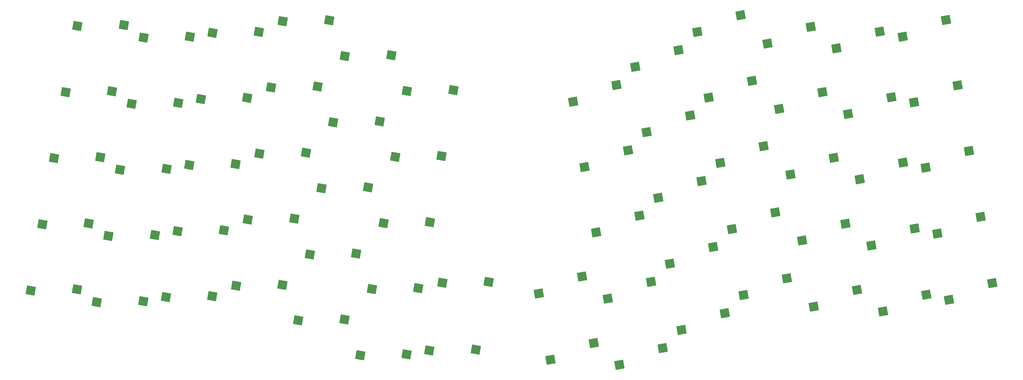
<source format=gbp>
%TF.GenerationSoftware,KiCad,Pcbnew,(6.0.8)*%
%TF.CreationDate,2023-03-16T04:40:49+07:00*%
%TF.ProjectId,test,74657374-2e6b-4696-9361-645f70636258,rev?*%
%TF.SameCoordinates,Original*%
%TF.FileFunction,Paste,Bot*%
%TF.FilePolarity,Positive*%
%FSLAX46Y46*%
G04 Gerber Fmt 4.6, Leading zero omitted, Abs format (unit mm)*
G04 Created by KiCad (PCBNEW (6.0.8)) date 2023-03-16 04:40:49*
%MOMM*%
%LPD*%
G01*
G04 APERTURE LIST*
G04 Aperture macros list*
%AMRotRect*
0 Rectangle, with rotation*
0 The origin of the aperture is its center*
0 $1 length*
0 $2 width*
0 $3 Rotation angle, in degrees counterclockwise*
0 Add horizontal line*
21,1,$1,$2,0,0,$3*%
G04 Aperture macros list end*
%ADD10RotRect,2.550000X2.500000X10.000000*%
%ADD11RotRect,2.550000X2.500000X350.000000*%
G04 APERTURE END LIST*
D10*
%TO.C,SW61*%
X462322957Y-337183473D03*
X474612500Y-332437311D03*
%TD*%
%TO.C,SW58*%
X407529793Y-355549730D03*
X419819336Y-350803568D03*
%TD*%
D11*
%TO.C,SW39*%
X263413706Y-317085699D03*
X276585383Y-316829037D03*
%TD*%
D10*
%TO.C,SW34*%
X438104173Y-309536502D03*
X450393716Y-304790340D03*
%TD*%
D11*
%TO.C,SW1*%
X273337699Y-260803936D03*
X286509376Y-260547274D03*
%TD*%
D10*
%TO.C,SW11*%
X488663100Y-267156692D03*
X500952643Y-262410530D03*
%TD*%
%TO.C,SW25*%
X510698606Y-282421676D03*
X522988149Y-277675514D03*
%TD*%
D11*
%TO.C,SW30*%
X342591054Y-306866956D03*
X355762731Y-306610294D03*
%TD*%
D10*
%TO.C,SW10*%
X469075513Y-265774542D03*
X481365056Y-261028380D03*
%TD*%
D11*
%TO.C,SW56*%
X335975059Y-344388130D03*
X349146736Y-344131468D03*
%TD*%
D10*
%TO.C,SW23*%
X472350431Y-284347524D03*
X484639974Y-279601362D03*
%TD*%
%TO.C,SW8*%
X431554338Y-272390538D03*
X443843881Y-267644376D03*
%TD*%
%TO.C,SW60*%
X444720169Y-347057676D03*
X457009712Y-342311514D03*
%TD*%
D11*
%TO.C,SW41*%
X301761881Y-319011548D03*
X314933558Y-318754886D03*
%TD*%
D10*
%TO.C,SW59*%
X427117380Y-356931880D03*
X439406923Y-352185718D03*
%TD*%
%TO.C,SW22*%
X452432044Y-281089316D03*
X464721587Y-276343154D03*
%TD*%
%TO.C,SW36*%
X475625349Y-302920506D03*
X487914892Y-298174344D03*
%TD*%
%TO.C,SW49*%
X478933346Y-321681093D03*
X491222889Y-316934931D03*
%TD*%
D11*
%TO.C,SW43*%
X339283056Y-325627544D03*
X352454733Y-325370882D03*
%TD*%
%TO.C,SW4*%
X331604261Y-259471577D03*
X344775938Y-259214915D03*
%TD*%
%TO.C,SW26*%
X266721704Y-298325112D03*
X279893381Y-298068450D03*
%TD*%
D10*
%TO.C,SW33*%
X420501385Y-319410705D03*
X432790928Y-314664543D03*
%TD*%
%TO.C,SW62*%
X482241344Y-340441680D03*
X494530887Y-335695518D03*
%TD*%
D11*
%TO.C,SW29*%
X324988265Y-296992752D03*
X338159942Y-296736090D03*
%TD*%
D10*
%TO.C,SW64*%
X520589519Y-338515832D03*
X532879062Y-333769670D03*
%TD*%
%TO.C,SW47*%
X441412171Y-328297088D03*
X453701714Y-323550926D03*
%TD*%
D11*
%TO.C,SW55*%
X318372270Y-334513927D03*
X331543947Y-334257265D03*
%TD*%
%TO.C,SW40*%
X282174294Y-320393697D03*
X295345971Y-320137035D03*
%TD*%
D10*
%TO.C,SW37*%
X495212936Y-304302655D03*
X507502479Y-299556493D03*
%TD*%
D11*
%TO.C,SW27*%
X285482291Y-301633110D03*
X298653968Y-301376448D03*
%TD*%
%TO.C,SW3*%
X311685874Y-262729785D03*
X324857551Y-262473123D03*
%TD*%
D10*
%TO.C,SW35*%
X455706962Y-299662298D03*
X467996505Y-294916136D03*
%TD*%
%TO.C,SW46*%
X423809383Y-338171292D03*
X436098926Y-333425130D03*
%TD*%
D11*
%TO.C,SW15*%
X308377876Y-281490373D03*
X321549553Y-281233711D03*
%TD*%
D10*
%TO.C,SW38*%
X513973524Y-300994657D03*
X526263067Y-296248495D03*
%TD*%
D11*
%TO.C,SW6*%
X366809838Y-279219984D03*
X379981515Y-278963322D03*
%TD*%
D10*
%TO.C,SW63*%
X501828931Y-341823830D03*
X514118474Y-337077668D03*
%TD*%
%TO.C,SW32*%
X404205255Y-336695340D03*
X416494798Y-331949178D03*
%TD*%
D11*
%TO.C,SW57*%
X353577847Y-354262334D03*
X366749524Y-354005672D03*
%TD*%
%TO.C,SW44*%
X356885845Y-335501747D03*
X370057522Y-335245085D03*
%TD*%
%TO.C,SW52*%
X260105708Y-335846286D03*
X273277385Y-335589624D03*
%TD*%
D10*
%TO.C,SW24*%
X491938018Y-285729673D03*
X504227561Y-280983511D03*
%TD*%
D11*
%TO.C,SW19*%
X376845619Y-333675478D03*
X390017296Y-333418816D03*
%TD*%
%TO.C,SW2*%
X292098287Y-264111934D03*
X305269964Y-263855272D03*
%TD*%
%TO.C,SW18*%
X363501840Y-297980572D03*
X376673517Y-297723910D03*
%TD*%
%TO.C,SW16*%
X328296263Y-278232165D03*
X341467940Y-277975503D03*
%TD*%
D10*
%TO.C,SW48*%
X459014959Y-318422885D03*
X471304502Y-313676723D03*
%TD*%
D11*
%TO.C,SW14*%
X288790289Y-282872522D03*
X301961966Y-282615860D03*
%TD*%
%TO.C,SW53*%
X278866296Y-339154284D03*
X292037973Y-338897622D03*
%TD*%
D10*
%TO.C,SW12*%
X507423688Y-263848694D03*
X519713231Y-259102532D03*
%TD*%
D11*
%TO.C,SW54*%
X298453883Y-337772135D03*
X311625560Y-337515473D03*
%TD*%
D10*
%TO.C,SW20*%
X417226467Y-300837723D03*
X429516010Y-296091561D03*
%TD*%
D11*
%TO.C,SW5*%
X349207050Y-269345781D03*
X362378727Y-269089119D03*
%TD*%
%TO.C,SW17*%
X345899052Y-288106368D03*
X359070729Y-287849706D03*
%TD*%
%TO.C,SW28*%
X305069879Y-300250960D03*
X318241556Y-299994298D03*
%TD*%
D10*
%TO.C,SW7*%
X413951549Y-282264741D03*
X426241092Y-277518579D03*
%TD*%
D11*
%TO.C,SW45*%
X373165434Y-352880185D03*
X386337111Y-352623523D03*
%TD*%
D10*
%TO.C,SW9*%
X449157126Y-262516335D03*
X461446669Y-257770173D03*
%TD*%
D11*
%TO.C,SW13*%
X270029701Y-279564524D03*
X283201378Y-279307862D03*
%TD*%
D10*
%TO.C,SW21*%
X434829256Y-290963520D03*
X447118799Y-286217358D03*
%TD*%
%TO.C,SW51*%
X517281521Y-319755244D03*
X529571064Y-315009082D03*
%TD*%
D11*
%TO.C,SW42*%
X321680268Y-315753340D03*
X334851945Y-315496678D03*
%TD*%
D10*
%TO.C,SW50*%
X498520934Y-323063242D03*
X510810477Y-318317080D03*
%TD*%
D11*
%TO.C,SW31*%
X360193842Y-316741159D03*
X373365519Y-316484497D03*
%TD*%
M02*

</source>
